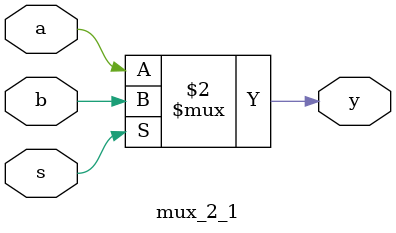
<source format=v>
module mux_2_1(
	input a,b,s,
	output reg y
);

always @(*) begin
	y = s ? b : a;
end 
endmodule 
</source>
